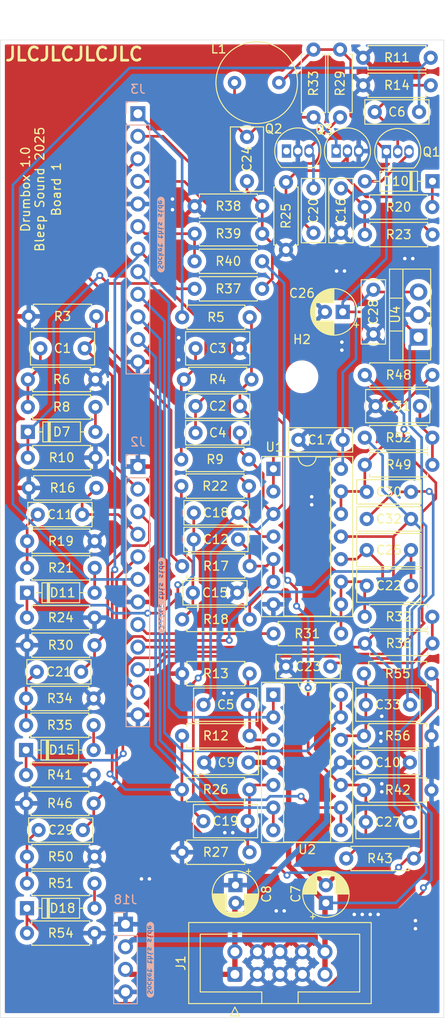
<source format=kicad_pcb>
(kicad_pcb (version 20240108) (generator "pcbnew") (generator_version "8.0")
  (layers (0 "F.Cu" signal) (31 "B.Cu" signal) (34 "B.Paste" user) (35 "F.Paste" user) (36 "B.SilkS" user "B.Silkscreen") (37 "F.SilkS" user "F.Silkscreen") (38 "B.Mask" user) (39 "F.Mask" user) (44 "Edge.Cuts" user))
  (net 0 "")
  (net 1 "GND")
  (net 2 "+12V")
  (net 3 "-12V")
  (net 4 "Net-(U2A-+)")
  (net 5 "Net-(Q1-B)")
  (net 6 "Net-(D11-K)")
  (net 7 "Net-(U2B-+)")
  (net 8 "Net-(Q2-E)")
  (net 9 "Net-(Q3-B)")
  (net 10 "Net-(D15-K)")
  (net 11 "Net-(Q3-C)")
  (net 12 "MixSnare")
  (net 13 "/in-Kick")
  (net 14 "+5V")
  (net 15 "Net-(D18-K)")
  (net 16 "Net-(C30-Pad1)")
  (net 17 "Net-(U2D-+)")
  (net 18 "Net-(C29-Pad2)")
  (net 19 "Net-(C15-Pad1)")
  (net 20 "Net-(C31-Pad1)")
  (net 21 "Net-(D10-K)")
  (net 22 "Net-(D10-A)")
  (net 23 "Net-(D11-A)")
  (net 24 "Net-(D15-A)")
  (net 25 "Net-(D18-A)")
  (net 27 "Mix")
  (net 28 "/in-Noise")
  (net 29 "KickOut")
  (net 30 "ClaveOut")
  (net 31 "HighBongoOut")
  (net 32 "LowBongoOut")
  (net 33 "/in-HBongo")
  (net 34 "/in-LBongo")
  (net 35 "/in-Clave")
  (net 36 "/Snare-Out")
  (net 37 "Net-(D7-K)")
  (net 38 "/Dec1-Out")
  (net 39 "Net-(C16-Pad2)")
  (net 40 "/Dec2-Out")
  (net 41 "/Dec3-Out")
  (net 42 "/Dec4-Out")
  (net 43 "Net-(D7-A)")
  (net 44 "/Dec1-In")
  (net 45 "/Dec2-In")
  (net 46 "/Dec3-In")
  (net 47 "/Dec4-In")
  (net 48 "Net-(C1-Pad2)")
  (net 49 "Net-(C2-Pad1)")
  (net 50 "Net-(C3-Pad1)")
  (net 51 "Net-(C11-Pad2)")
  (net 52 "Net-(C12-Pad1)")
  (net 53 "Net-(C21-Pad2)")
  (net 54 "Net-(C22-Pad1)")
  (net 55 "Net-(C23-Pad1)")
  (net 56 "Net-(C24-Pad2)")
  (footprint "Capacitor_THT:C_Disc_D7.0mm_W2.5mm_P5.00mm" (layer "F.Cu") (at 86.5 78.8 180)
    (property "Reference" "C17")
    (property "Value" "100nF")
  )
  (footprint "Resistor_THT:R_Axial_DIN0207_L6.3mm_D2.5mm_P7.62mm_Horizontal" (layer "F.Cu") (at 58.51 101.9 180)
    (property "Reference" "R30")
    (property "Value" "10k")
  )
  (footprint "Resistor_THT:R_Axial_DIN0207_L6.3mm_D2.5mm_P7.62mm_Horizontal" (layer "F.Cu") (at 88.99 71.5)
    (property "Reference" "R48")
    (property "Value" "150k")
  )
  (footprint "Resistor_THT:R_Axial_DIN0207_L6.3mm_D2.5mm_P7.62mm_Horizontal" (layer "F.Cu") (at 50.89 98.8)
    (property "Reference" "R24")
    (property "Value" "10k")
  )
  (footprint "Capacitor_THT:C_Rect_L7.0mm_W3.5mm_P5.00mm" (layer "F.Cu") (at 70.8 108.6)
    (property "Reference" "C5")
    (property "Value" "470nF")
  )
  (footprint "Resistor_THT:R_Axial_DIN0207_L6.3mm_D2.5mm_P7.62mm_Horizontal" (layer "F.Cu") (at 80.1 57.42 90)
    (property "Reference" "R25")
    (property "Value" "1M")
  )
  (footprint "Capacitor_THT:C_Rect_L7.0mm_W2.5mm_P5.00mm" (layer "F.Cu") (at 57.2 122.7 180)
    (property "Reference" "C29")
    (property "Value" "4.7nF")
  )
  (footprint "Capacitor_THT:C_Rect_L7.0mm_W2.5mm_P5.00mm" (layer "F.Cu") (at 69.9 78)
    (property "Reference" "C4")
    (property "Value" "47nF")
  )
  (footprint "Kicad-perso:Inductor Coil" (layer "F.Cu") (at 76.8 38.6)
    (property "Reference" "L1")
    (property "Value" "100mH")
  )
  (footprint "Resistor_THT:R_Axial_DIN0207_L6.3mm_D2.5mm_P7.62mm_Horizontal" (layer "F.Cu") (at 69.79 61.8)
    (property "Reference" "R37")
    (property "Value" "18k")
  )
  (footprint "Diode_THT:D_DO-35_SOD27_P7.62mm_Horizontal" (layer "F.Cu") (at 96.62 49.7 180)
    (property "Reference" "D10")
    (property "Value" "1N4148")
  )
  (footprint "Resistor_THT:R_Axial_DIN0207_L6.3mm_D2.5mm_P7.62mm_Horizontal" (layer "F.Cu") (at 96.62 55.7 180)
    (property "Reference" "R23")
    (property "Value" "1M")
  )
  (footprint "Capacitor_THT:C_Rect_L7.0mm_W2.5mm_P5.00mm" (layer "F.Cu") (at 89.2 84.65)
    (property "Reference" "C30")
    (property "Value" "1.5nF")
  )
  (footprint "Capacitor_THT:C_Disc_D7.0mm_W2.5mm_P5.00mm" (layer "F.Cu") (at 89.955113 61.9 -90)
    (property "Reference" "C28")
    (property "Value" "100nF")
  )
  (footprint "Resistor_THT:R_Axial_DIN0207_L6.3mm_D2.5mm_P7.62mm_Horizontal" (layer "F.Cu") (at 88.8 38.9)
    (property "Reference" "R14")
    (property "Value" "27k")
  )
  (footprint "Resistor_THT:R_Axial_DIN0207_L6.3mm_D2.5mm_P7.62mm_Horizontal" (layer "F.Cu") (at 75.99 125.2 180)
    (property "Reference" "R27")
    (property "Value" "100k")
  )
  (footprint "Resistor_THT:R_Axial_DIN0207_L6.3mm_D2.5mm_P7.62mm_Horizontal" (layer "F.Cu") (at 68.39 99)
    (property "Reference" "R18")
    (property "Value" "68k")
  )
  (footprint "Package_TO_SOT_THT:TO-220-3_Vertical" (layer "F.Cu") (at 95.045113 67.24 90)
    (property "Reference" "U4")
    (property "Value" "L7805")
  )
  (footprint "Diode_THT:D_DO-35_SOD27_P7.62mm_Horizontal" (layer "F.Cu") (at 50.89 131.5)
    (property "Reference" "D18")
    (property "Value" "1N4148")
  )
  (footprint "Resistor_THT:R_Axial_DIN0207_L6.3mm_D2.5mm_P7.62mm_Horizontal" (layer "F.Cu") (at 58.51 125.7 180)
    (property "Reference" "R50")
    (property "Value" "47k")
  )
  (footprint "Resistor_THT:R_Axial_DIN0207_L6.3mm_D2.5mm_P7.62mm_Horizontal" (layer "F.Cu") (at 89 101.7)
    (property "Reference" "R36")
    (property "Value" "68k")
  )
  (footprint "Resistor_THT:R_Axial_DIN0207_L6.3mm_D2.5mm_P7.62mm_Horizontal" (layer "F.Cu") (at 68.36 118.15)
    (property "Reference" "R26")
    (property "Value" "100k")
  )
  (footprint "Capacitor_THT:CP_Radial_D5.0mm_P2.00mm" (layer "F.Cu") (at 86.5 64.4 180)
    (property "Reference" "C26")
    (property "Value" "10uF")
  )
  (footprint "Capacitor_THT:C_Rect_L7.0mm_W3.5mm_P5.00mm" (layer "F.Cu") (at 70.78 121.7)
    (property "Reference" "C19")
    (property "Value" "470nF")
  )
  (footprint "Capacitor_THT:C_Rect_L7.0mm_W2.5mm_P5.00mm" (layer "F.Cu") (at 89.2 87.7)
    (property "Reference" "C32")
    (property "Value" "1.5nF")
  )
  (footprint "Capacitor_THT:C_Rect_L7.0mm_W2.5mm_P5.00mm" (layer "F.Cu") (at 69.6 96)
    (property "Reference" "C15")
    (property "Value" "33nF")
  )
  (footprint "Capacitor_THT:C_Rect_L7.0mm_W2.5mm_P5.00mm" (layer "F.Cu") (at 69.71 87)
    (property "Reference" "C18")
    (property "Value" "10nF")
  )
  (footprint "Resistor_THT:R_Axial_DIN0207_L6.3mm_D2.5mm_P7.62mm_Horizontal" (layer "F.Cu") (at 58.41 107.9 180)
    (property "Reference" "R34")
    (property "Value" "47k")
  )
  (footprint "Capacitor_THT:C_Rect_L7.0mm_W2.5mm_P5.00mm" (layer "F.Cu") (at 86.3 55.5 90)
    (property "Reference" "C16")
    (property "Value" "47nF")
  )
  (footprint "Capacitor_THT:C_Rect_L7.0mm_W2.5mm_P5.00mm" (layer "F.Cu") (at 57 104.9 180)
    (property "Reference" "C21")
    (property "Value" "47nF")
  )
  (footprint "Resistor_THT:R_Axial_DIN0207_L6.3mm_D2.5mm_P7.62mm_Horizontal" (layer "F.Cu") (at 68.39 93)
    (property "Reference" "R17")
    (property "Value" "150k")
  )
  (footprint "Diode_THT:D_DO-35_SOD27_P7.62mm_Horizontal" (layer "F.Cu") (at 50.99 77.9)
    (property "Reference" "D7")
    (property "Value" "1N4148")
  )
  (footprint "Capacitor_THT:C_Disc_D7.0mm_W2.5mm_P5.00mm" (layer "F.Cu") (at 75.87 115.1 180)
    (property "Reference" "C9")
    (property "Value" "100nF")
  )
  (footprint "Resistor_THT:R_Axial_DIN0207_L6.3mm_D2.5mm_P7.62mm_Horizontal" (layer "F.Cu") (at 88.8 35.8)
    (property "Reference" "R11")
    (property "Value" "100k")
  )
  (footprint "Resistor_THT:R_Axial_DIN0207_L6.3mm_D2.5mm_P7.62mm_Horizontal" (layer "F.Cu") (at 50.79 116.5)
    (property "Reference" "R41")
    (property "Value" "10k")
  )
  (footprint "Resistor_THT:R_Axial_DIN0207_L6.3mm_D2.5mm_P7.62mm_Horizontal" (layer "F.Cu") (at 83.2 42.5 90)
    (property "Reference" "R33")
    (property "Value" "4k7")
  )
  (footprint "Resistor_THT:R_Axial_DIN0207_L6.3mm_D2.5mm_P7.62mm_Horizontal" (layer "F.Cu") (at 50.89 134.3)
    (property "Reference" "R54")
    (property "Value" "10k")
  )
  (footprint "Resistor_THT:R_Axial_DIN0207_L6.3mm_D2.5mm_P7.62mm_Horizontal" (layer "F.Cu") (at 50.99 80.8)
    (property "Reference" "R10")
    (property "Value" "10k")
  )
  (footprint "Resistor_THT:R_Axial_DIN0207_L6.3mm_D2.5mm_P7.62mm_Horizontal" (layer "F.Cu") (at 96.61 81.6 180)
    (property "Reference" "R49")
    (property "Value" "68k")
  )
  (footprint "Resistor_THT:R_Axial_DIN0207_L6.3mm_D2.5mm_P7.62mm_Horizontal" (layer "F.Cu") (at 68.59 72)
    (property "Reference" "R4")
    (property "Value" "68k")
  )
  (footprint "Diode_THT:D_DO-35_SOD27_P7.62mm_Horizontal" (layer "F.Cu") (at 50.9 96)
    (property "Reference" "D11")
    (property "Value" "1N4148")
  )
  (footprint "Resistor_THT:R_Axial_DIN0207_L6.3mm_D2.5mm_P7.62mm_Horizontal" (layer "F.Cu") (at 78.69 100.6)
    (property "Reference" "R31")
    (property "Value" "150k")
  )
  (footprint "Capacitor_THT:CP_Radial_D5.0mm_P2.00mm" (layer "F.Cu") (at 84.6 130.9 90)
    (property "Reference" "C7")
    (property "Value" "10uF")
  )
  (footprint "Capacitor_THT:C_Disc_D7.0mm_W2.5mm_P5.00mm" (layer "F.Cu") (at 95.11 41.9 180)
    (property "Reference" "C6")
    (property "Value" "100nF")
  )
  (footprint "Capacitor_THT:C_Rect_L7.0mm_W3.5mm_P5.00mm" (layer "F.Cu") (at 94.1 121.8 180)
    (property "Reference" "C27")
    (property "Value" "470nF")
  )
  (footprint "Resistor_THT:R_Axial_DIN0207_L6.3mm_D2.5mm_P7.62mm_Horizontal" (layer "F.Cu") (at 86.89 125.9)
    (property "Reference" "R43")
    (property "Value" "100k")
  )
  (footprint "Capacitor_THT:C_Rect_L7.0mm_W2.5mm_P5.00mm" (layer "F.Cu") (at 85.1 104.3 180)
    (property "Reference" "C23")
    (property "Value" "47nF")
  )
  (footprint "Resistor_THT:R_Axial_DIN0207_L6.3mm_D2.5mm_P7.62mm_Horizontal" (layer "F.Cu") (at 50.91 93.2)
    (property "Reference" "R21")
    (property "Value" "27k")
  )
  (footprint "Capacitor_THT:C_Rect_L7.0mm_W3.5mm_P5.00mm" (layer "F.Cu") (at 95.2 75 180)
    (property "Reference" "C31")
    (property "Value" "4.7nF")
  )
  (footprint "Resistor_THT:R_Axial_DIN0207_L6.3mm_D2.5mm_P7.62mm_Horizontal" (layer "F.Cu") (at 76 105.1 180)
    (property "Reference" "R13")
    (property "Value" "100k")
  )
  (footprint "Capacitor_THT:C_Rect_L7.0mm_W3.5mm_P5.00mm" (layer "F.Cu") (at 57.4 68.5 180)
    (property "Reference" "C1")
    (property "Value" "150nF")
  )
  (footprint "Resistor_THT:R_Axial_DIN0207_L6.3mm_D2.5mm_P7.62mm_Horizontal" (layer "F.Cu") (at 88.89 112.1)
    (property "Reference" "R56")
    (property "Value" "100k")
  )
  (footprint "Resistor_THT:R_Axial_DIN0207_L6.3mm_D2.5mm_P7.62mm_Horizontal" (layer "F.Cu") (at 58.61 72 180)
    (property "Reference" "R6")
    (property "Value" "47k")
  )
  (footprint "Resistor_THT:R_Axial_DIN0207_L6.3mm_D2.5mm_P7.62mm_Horizontal" (layer "F.Cu") (at 69.8 55.6)
    (property "Reference" "R39")
    (property "Value" "18k")
  )
  (footprint "Package_TO_SOT_THT:TO-92_Inline" (layer "F.Cu") (at 80.16 46.3)
    (property "Reference" "Q2")
    (property "Value" "2N3904")
  )
  (footprint "MountingHole:MountingHole_3.2mm_M3" (layer "F.Cu") (at 81.9 71.7)
    (property "Reference" "H2")
    (property "Value" "SpacerHoles")
  )
  (footprint "Capacitor_THT:C_Rect_L7.0mm_W2.5mm_P5.00mm" (layer "F.Cu") (at 83.2 50.5 -90)
    (property "Reference" "C20")
    (property "Value" "4.7nF")
  )
  (footprint "Package_DIP:DIP-14_W7.62mm_Socket" (layer "F.Cu") (at 78.67 107.475)
    (property "Reference" "U2")
    (property "Value" "TL074")
  )
  (footprint "Resistor_THT:R_Axial_DIN0207_L6.3mm_D2.5mm_P7.62mm_Horizontal" (layer "F.Cu") (at 58.53 90.2 180)
    (property "Reference" "R19")
    (property "Value" "47k")
  )
  (footprint "Resistor_THT:R_Axial_DIN0207_L6.3mm_D2.5mm_P7.62mm_Horizontal" (layer "F.Cu") (at 58.71 64.9 180)
    (property "Reference" "R3")
    (property "Value" "10k")
  )
  (footprint "Capacitor_THT:C_Rect_L7.0mm_W3.5mm_P5.00mm" (layer "F.Cu") (at 69.9 68.5)
    (property "Reference" "C3")
    (property "Value" "150nF")
  )
  (footprint "Connector_IDC:IDC-Header_2x05_P2.54mm_Vertical" (layer "F.Cu") (at 74.34 138.94 90)
    (property "Reference" "J1")
    (property "Value" "Power Input")
  )
  (footprint "Resistor_THT:R_Axial_DIN0207_L6.3mm_D2.5mm_P7.62mm_Horizontal" (layer "F.Cu") (at 69.79 58.7)
    (property "Reference" "R40")
    (property "Value" "100k")
  )
  (footprint "Capacitor_THT:C_Rect_L7.0mm_W2.5mm_P5.00mm" (layer "F.Cu") (at 74.7 90 180)
    (property "Reference" "C12")
    (property "Value" "10nF")
  )
  (footprint "Resistor_THT:R_Axial_DIN0207_L6.3mm_D2.5mm_P7.62mm_Horizontal" (layer "F.Cu") (at 88.98 78.55)
    (property "Reference" "R52")
    (property "Value" "68k")
  )
  (footprint "Resistor_THT:R_Axial_DIN0207_L6.3mm_D2.5mm_P7.62mm_Horizontal" (layer "F.Cu") (at 58.72 84.2 180)
    (property "Reference" "R16")
    (property "Value" "10k")
  )
  (footprint "Resistor_THT:R_Axial_DIN0207_L6.3mm_D2.5mm_P7.62mm_Horizontal" (layer "F.Cu") (at 58.42 119.7 180)
    (property "Reference" "R46")
    (property "Value" "10k")
  )
  (footprint "Capacitor_THT:C_Rect_L7.0mm_W3.5mm_P5.00mm" (layer "F.Cu") (at 89.2 95.2)
    (property "Reference" "C22")
    (property "Value" "15nF")
  )
  (footprint "Diode_THT:D_DO-35_SOD27_P7.62mm_Horizontal" (layer "F.Cu") (at 50.79 113.7)
    (property "Reference" "D15")
    (property "Value" "1N4148")
  )
  (footprint "Package_TO_SOT_THT:TO-92_Inline" (layer "F.Cu") (at 91.43 46.36)
    (property "Reference" "Q1")
    (property "Value" "2N3904")
  )
  (footprint "Resistor_THT:R_Axial_DIN0207_L6.3mm_D2.5mm_P7.62mm_Horizontal" (layer "F.Cu") (at 50.99 75.1)
    (property "Reference" "R8")
    (property "Value" "27k")
  )
  (footprint "Resistor_THT:R_Axial_DIN0207_L6.3mm_D2.5mm_P7.62mm_Horizontal" (layer "F.Cu") (at 75.91 81 180)
    (property "Reference" "R9")
    (property "Value" "68k")
  )
  (footprint "Capacitor_THT:C_Rect_L7.0mm_W3.5mm_P5.00mm" (layer "F.Cu") (at 94.1 108.6 180)
    (property "Reference" "C33")
    (property "Value" "470nF")
  )
  (footprint "Capacitor_THT:C_Rect_L7.0mm_W3.5mm_P5.00mm" (layer "F.Cu") (at 75.7 44.7 -90)
    (property "Reference" "C24")
    (property "Value" "470nF")
  )
  (footprint "Resistor_THT:R_Axial_DIN0207_L6.3mm_D2.5mm_P7.62mm_Horizontal" (layer "F.Cu") (at 96.6 98.7 180)
    (property "Reference" "R32")
    (property "Value" "68k")
  )
  (footprint "Capacitor_THT:C_Rect_L7.0mm_W2.5mm_P5.00mm" (layer "F.Cu") (at 57.11 87.2 180)
    (property "Reference" "C11")
    (property "Value" "33nF")
  )
  (footprint "Capacitor_THT:CP_Radial_D5.0mm_P2.00mm" (layer "F.Cu") (at 74.4 128.9 -90)
    (property "Reference" "C8")
    (property "Value" "10uF")
  )
  (footprint "Capacitor_THT:C_Rect_L7.0mm_W3.5mm_P5.00mm" (layer "F.Cu") (at 94.2 91.2 180)
    (property "Reference" "C25")
    (property "Value" "15nF")
  )
  (footprint "Resistor_THT:R_Axial_DIN0207_L6.3mm_D2.5mm_P7.62mm_Horizontal" (layer "F.Cu") (at 68.38 112.1)
    (property "Reference" "R12")
    (property "Value" "47k")
  )
  (footprint "Resistor_THT:R_Axial_DIN0207_L6.3mm_D2.5mm_P7.62mm_Horizontal" (layer "F.Cu") (at 75.92 84 180)
    (property "Reference" "R22")
    (property "Value" "68k")
  )
  (footprint "Package_TO_SOT_THT:TO-92_Inline" (layer "F.Cu") (at 85.76 46.3)
    (property "Reference" "Q3")
    (property "Value" "2N3904")
  )
  (footprint "Resistor_THT:R_Axial_DIN0207_L6.3mm_D2.5mm_P7.62mm_Horizontal" (layer "F.Cu") (at 86.2 34.88 -90)
    (property "Reference" "R29")
    (property "Value" "1M")
  )
  (footprint "Resistor_THT:R_Axial_DIN0207_L6.3mm_D2.5mm_P7.62mm_Horizontal" (layer "F.Cu") (at 96.51 105.1 180)
    (property "Reference" "R55")
    (property "Value" "100k")
  )
  (footprint "Resistor_THT:R_Axial_DIN0207_L6.3mm_D2.5mm_P7.62mm_Horizontal" (layer "F.Cu") (at 50.89 128.7)
    (property "Reference" "R51")
    (property "Value" "27k")
  )
  (footprint "Resistor_THT:R_Axial_DIN0207_L6.3mm_D2.5mm_P7.62mm_Horizontal" (layer "F.Cu") (at 88.98 52.6)
    (property "Reference" "R20")
    (property "Value" "2k2")
  )
  (footprint "Resistor_THT:R_Axial_DIN0207_L6.3mm_D2.5mm_P7.62mm_Horizontal" (layer "F.Cu") (at 50.79 110.9)
    (property "Reference" "R35")
    (property "Value" "27k")
  )
  (footprint "Resistor_THT:R_Axial_DIN0207_L6.3mm_D2.5mm_P7.62mm_Horizontal" (layer "F.Cu") (at 88.89 118.2)
    (property "Reference" "R42")
    (property "Value" "100k")
  )
  (footprint "Resistor_THT:R_Axial_DIN0207_L6.3mm_D2.5mm_P7.62mm_Horizontal" (layer "F.Cu") (at 69.8 52.5)
    (property "Reference" "R38")
    (property "Value" "100k")
  )
  (footprint "Capacitor_THT:C_Rect_L7.0mm_W2.5mm_P5.00mm" (layer "F.Cu") (at 74.9 75 180)
    (property "Reference" "C2")
    (property "Value" "47nF")
  )
  (footprint "Resistor_THT:R_Axial_DIN0207_L6.3mm_D2.5mm_P7.62mm_Horizontal" (layer "F.Cu") (at 68.39 65)
    (property "Reference" "R5")
    (property "Value" "150k")
  )
  (footprint "Capacitor_THT:C_Disc_D7.0mm_W2.5mm_P5.00mm" (layer "F.Cu") (at 94.07 115.1 180)
    (property "Reference" "C10")
    (property "Value" "100nF")
  )
  (footprint "Package_DIP:DIP-14_W7.62mm_Socket" (layer "F.Cu") (at 78.68 82.06)
    (property "Reference" "U1")
    (property "Value" "CD4011")
  )
  (footprint "Connector_PinSocket_2.54mm:PinSocket_1x12_P2.54mm_Vertical" (layer "B.Cu") (at 63.4 81.8 180)
    (property "Reference" "J2")
    (property "Value" "Conn_Circuit")
  )
  (footprint "kibuzzard-67840646" (layer "B.Cu") (at 66 55.7 90)
    (property "Reference" "kibuzzard-67840646" (hide yes))
    (property "Value" "G***" (hide yes))
  )
  (footprint "kibuzzard-67840646" (layer "B.Cu") (at 66.1 96.3 90)
    (property "Reference" "kibuzzard-67840646" (hide yes))
    (property "Value" "G***" (hide yes))
  )
  (footprint "Connector_PinSocket_2.54mm:PinSocket_1x04_P2.54mm_Vertical" (layer "B.Cu") (at 62 133.3 180)
    (property "Reference" "J18")
    (property "Value" "Conn_power")
  )
  (footprint "Connector_PinSocket_2.54mm:PinSocket_1x12_P2.54mm_Vertical" (layer "B.Cu") (at 63.4 42.1 180)
    (property "Reference" "J3")
    (property "Value" "Conn_Circuit")
  )
  (footprint "kibuzzard-67840646" (layer "B.Cu") (at 64.8 137.3 90)
    (property "Reference" "kibuzzard-67840646" (hide yes))
    (property "Value" "G***" (hide yes))
  )
  (gr_line (start 47.9 33.8) (end 97.9 33.8) (stroke (width 0.05)) (layer "Edge.Cuts"))
  (gr_line (start 97.9 33.8) (end 97.9 143.8) (stroke (width 0.05)) (layer "Edge.Cuts"))
  (gr_line (start 47.9 33.8) (end 47.9 143.8) (stroke (width 0.05)) (layer "Edge.Cuts"))
  (gr_line (start 47.9 143.8) (end 97.9 143.8) (stroke (width 0.05)) (layer "Edge.Cuts"))
  (gr_text "Board 1" (at 54.2 50.6 90) (layer "F.SilkS") (effects (font (size 1 1))))
  (gr_text "JLCJLCJLCJLC" (at 56.2 35.4 0) (layer "F.SilkS") (effects (font (size 1.5 1.5) (thickness 0.3))))
  (gr_text "Drumbox 1.0\nBleep Sound 2025" (at 51.53 50.6 90) (layer "F.SilkS") (effects (font (size 1 1))))
  (via (at 73.1 107.3) (size 0.8) (drill 0.4) (layers "F.Cu" "B.Cu") (net 1))
  (via (at 90.8 111.8) (size 0.8) (drill 0.4) (layers "F.Cu" "B.Cu") (net 1))
  (via (at 74.1 123) (size 0.8) (drill 0.4) (layers "F.Cu" "B.Cu") (net 1))
  (via (at 79.9 131.8) (size 0.8) (drill 0.4) (layers "F.Cu" "B.Cu") (net 1))
  (via (at 86.4 68.7) (size 0.8) (drill 0.4) (layers "F.Cu" "B.Cu") (net 1))
  (via (at 88.7 132.2) (size 0.8) (drill 0.4) (layers "F.Cu" "B.Cu") (net 1))
  (via (at 73.2 123) (size 0.8) (drill 0.4) (layers "F.Cu" "B.Cu") (net 1))
  (via (at 86.4 67.8) (size 0.8) (drill 0.4) (layers "F.Cu" "B.Cu") (net 1))
  (via (at 87.8 132.2) (size 0.8) (drill 0.4) (layers "F.Cu" "B.Cu") (net 1))
  (via (at 93.5 58.4) (size 0.8) (drill 0.4) (layers "F.Cu" "B.Cu") (net 1))
  (via (at 68 67.3) (size 0.8) (drill 0.4) (layers "F.Cu" "B.Cu") (net 1))
  (via (at 89.6 132.2) (size 0.8) (drill 0.4) (layers "F.Cu" "B.Cu") (net 1))
  (via (at 83 86.1) (size 0.8) (drill 0.4) (layers "F.Cu" "B.Cu") (net 1))
  (via (at 67.3 51.7) (size 0.8) (drill 0.4) (layers "F.Cu" "B.Cu") (net 1))
  (via (at 67.3 52.9) (size 0.8) (drill 0.4) (layers "F.Cu" "B.Cu") (net 1))
  (via (at 90.8 112.7) (size 0.8) (drill 0.4) (layers "F.Cu" "B.Cu") (net 1))
  (via (at 94.7 133.8) (size 0.8) (drill 0.4) (layers "F.Cu" "B.Cu") (net 1))
  (via (at 90.5 132.2) (size 0.8) (drill 0.4) (layers "F.Cu" "B.Cu") (net 1))
  (via (at 64.7 128.2) (size 0.8) (drill 0.4) (layers "F.Cu" "B.Cu") (net 1))
  (via (at 86.7 59.8) (size 0.8) (drill 0.4) (layers "F.Cu" "B.Cu") (net 1))
  (via (at 74 107.3) (size 0.8) (drill 0.4) (layers "F.Cu" "B.Cu") (net 1))
  (via (at 79 131.8) (size 0.8) (drill 0.4) (layers "F.Cu" "B.Cu") (net 1))
  (via (at 90.9 109.9) (size 0.8) (drill 0.4) (layers "F.Cu" "B.Cu") (net 1))
  (via (at 85.8 59.8) (size 0.8) (drill 0.4) (layers "F.Cu" "B.Cu") (net 1))
  (via (at 90.9 117.5) (size 0.8) (drill 0.4) (layers "F.Cu" "B.Cu") (net 1))
  (via (at 94.4 58.4) (size 0.8) (drill 0.4) (layers "F.Cu" "B.Cu") (net 1))
  (via (at 83 85.2) (size 0.8) (drill 0.4) (layers "F.Cu" "B.Cu") (net 1))
  (via (at 63.8 128.2) (size 0.8) (drill 0.4) (layers "F.Cu" "B.Cu") (net 1))
  (via (at 68 69.8) (size 0.8) (drill 0.4) (layers "F.Cu" "B.Cu") (net 1))
  (via (at 90.9 118.4) (size 0.8) (drill 0.4) (layers "F.Cu" "B.Cu") (net 1))
  (via (at 94.7 132.9) (size 0.8) (drill 0.4) (layers "F.Cu" "B.Cu") (net 1))
  (segment (start 75.875 115.095) (end 75.87 115.1) (width 0.6) (layer "F.Cu") (net 2))
  (segment (start 86.2 34.88) (end 83.2 34.88) (width 0.3) (layer "F.Cu") (net 2))
  (segment (start 84.5 138.94) (end 84.5 136.4) (width 0.6) (layer "F.Cu") (net 2))
  (segment (start 84.6 130.9) (end 80.4 126.7) (width 0.6) (layer "F.Cu") (net 2))
  (segment (start 87.4 36.08) (end 86.2 34.88) (width 0.3) (layer "F.Cu") (net 2))
  (segment (start 91.43 46.36) (end 87.4 42.33) (width 0.3) (layer "F.Cu") (net 2))
  (segment (start 78.67 115.095) (end 75.875 115.095) (width 0.6) (layer "F.Cu") (net 2))
  (segment (start 87.4 42.33) (end 87.4 36.08) (width 0.3) (layer "F.Cu") (net 2))
  (segment (start 80.4 116.825) (end 78.67 115.095) (width 0.6) (layer "F.Cu") (net 2))
  (segment (start 83.2 34.88) (end 79.48 38.6) (width 0.3) (layer "F.Cu") (net 2))
  (segment (start 84.5 131) (end 84.6 130.9) (width 0.6) (layer "F.Cu") (net 2))
  (segment (start 79.48 38.6) (end 79.3 38.6) (width 0.3) (layer "F.Cu") (net 2))
  (segment (start 80.4 126.7) (end 80.4 116.825) (width 0.6) (layer "F.Cu") (net 2))
  (segment (start 86.5 64.4) (end 92.205113 64.4) (width 0.3) (layer "F.Cu") (net 2))
  (segment (start 92.205113 64.4) (end 95.045113 67.24) (width 0.3) (layer "F.Cu") (net 2))
  (segment (start 84.5 136.4) (end 84.5 131) (width 0.6) (layer "F.Cu") (net 2))
  (segment (start 95.4 109.2) (end 92.79 111.81) (width 0.3) (layer "B.Cu") (net 2))
  (segment (start 83.15 135.05) (end 62.79 135.05) (width 0.6) (layer "B.Cu") (net 2))
  (segment (start 95.9 127.5) (end 92.5 130.9) (width 0.3) (layer "B.Cu") (net 2))
  (segment (start 92.79 117.847106) (end 95.9 120.957106) (width 0.3) (layer "B.Cu") (net 2))
  (segment (start 86.5 64.4) (end 86.5 63.3) (width 0.3) (layer "B.Cu") (net 2))
  (segment (start 95.9 96.320279) (end 94.3 97.920279) (width 0.3) (layer "B.Cu") (net 2))
  (segment (start 95.045113 67.24) (end 94.05 68.235113) (width 0.3) (layer "B.Cu") (net 2))
  (segment (start 94.05 77.189339) (end 95.4 78.539339) (width 0.3) (layer "B.Cu") (net 2))
  (segment (start 94.3 97.920279) (end 94.3 107) (width 0.3) (layer "B.Cu") (net 2))
  (segment (start 62.79 135.05) (end 62 135.84) (width 0.6) (layer "B.Cu") (net 2))
  (segment (start 92.79 111.81) (end 92.79 117.847106) (width 0.3) (layer "B.Cu") (net 2))
  (segment (start 94.05 68.235113) (end 94.05 77.189339) (width 0.3) (layer "B.Cu") (net 2))
  (segment (start 95.9 88.5) (end 95.9 96.320279) (width 0.3) (layer "B.Cu") (net 2))
  (segment (start 95.4 108.1) (end 95.4 109.2) (width 0.3) (layer "B.Cu") (net 2))
  (segment (start 86.5 63.3) (end 91.43 58.37) (width 0.3) (layer "B.Cu") (net 2))
  (segment (start 91.43 58.37) (end 91.43 46.36) (width 0.3) (layer "B.Cu") (net 2))
  (segment (start 92.5 130.9) (end 84.6 130.9) (width 0.3) (layer "B.Cu") (net 2))
  (segment (start 95.4 88) (end 95.9 88.5) (width 0.3) (layer "B.Cu") (net 2))
  (segment (start 84.5 136.4) (end 83.15 135.05) (width 0.6) (layer "B.Cu") (net 2))
  (segment (start 95.4 78.539339) (end 95.4 88) (width 0.3) (layer "B.Cu") (net 2))
  (segment (start 95.9 120.957106) (end 95.9 127.5) (width 0.3) (layer "B.Cu") (net 2))
  (segment (start 94.3 107) (end 95.4 108.1) (width 0.3) (layer "B.Cu") (net 2))
  (segment (start 62.56 138.94) (end 62 138.38) (width 0.6) (layer "F.Cu") (net 3))
  (segment (start 74.34 138.94) (end 74.34 136.4) (width 0.6) (layer "F.Cu") (net 3))
  (segment (start 74.34 136.4) (end 74.34 130.96) (width 0.6) (layer "F.Cu") (net 3))
  (segment (start 74.34 130.96) (end 74.4 130.9) (width 0.6) (layer "F.Cu") (net 3))
  (segment (start 74.34 138.94) (end 62.56 138.94) (width 0.6) (layer "F.Cu") (net 3))
  (segment (start 89.065 115.095) (end 89.07 115.1) (width 0.6) (layer "B.Cu") (net 3))
  (segment (start 75.53137 130.9) (end 84.7 121.73137) (width 0.6) (layer "B.Cu") (net 3))
  (segment (start 84.7 116.685) (end 86.29 115.095) (width 0.6) (layer "B.Cu") (net 3))
  (segment (start 74.4 130.9) (end 75.53137 130.9) (width 0.6) (layer "B.Cu") (net 3))
  (segment (start 84.7 121.73137) (end 84.7 116.685) (width 0.6) (layer "B.Cu") (net 3))
  (segment (start 86.29 115.095) (end 89.065 115.095) (width 0.6) (layer "B.Cu") (net 3))
  (segment (start 76.455 112.555) (end 76 112.1) (width 0.3) (layer "F.Cu") (net 4))
  (segment (start 78.67 112.555) (end 76.455 112.555) (width 0.3) (layer "F.Cu") (net 4))
  (segment (start 75.8 105.3) (end 76 105.1) (width 0.3) (layer "F.Cu") (net 4))
  (segment (start 76 112.1) (end 76 108.8) (width 0.3) (layer "F.Cu") (net 4))
  (segment (start 75.8 108.6) (end 75.8 105.3) (width 0.3) (layer "F.Cu") (net 4))
  (segment (start 76 108.8) (end 75.8 108.6) (width 0.3) (layer "F.Cu") (net 4))
  (segment (start 93.11 38.9) (end 90.11 41.9) (width 0.3) (layer "F.Cu") (net 5))
  (segment (start 92.7 44.49) (end 90.11 41.9) (width 0.3) (layer "F.Cu") (net 5))
  (segment (start 92.7 46.36) (end 92.7 44.49) (width 0.3) (layer "F.Cu") (net 5))
  (segment (start 96.42 38.9) (end 93.11 38.9) (width 0.3) (layer "F.Cu") (net 5))
  (segment (start 69.7 90) (end 69.7 87.01) (width 0.3) (layer "F.Cu") (net 6))
  (segment (start 64.5 98.3) (end 66.1 98.3) (width 0.3) (layer "F.Cu") (net 6))
  (segment (start 66.1 98.3) (end 67.9 96.5) (width 0.3) (layer "F.Cu") (net 6))
  (segment (start 67.9 96.5) (end 67.9 95.1) (width 0.3) (layer "F.Cu") (net 6))
  (segment (start 50.89 96.01) (end 50.9 96) (width 0.3) (layer "F.Cu") (net 6))
  (segment (start 69.7 87.01) (end 69.71 87) (width 0.3) (layer "F.Cu") (net 6))
  (segment (start 50.89 98.8) (end 50.89 96.01) (width 0.3) (layer "F.Cu") (net 6))
  (via (at 64.5 98.3) (size 0.8) (drill 0.4) (layers "F.Cu" "B.Cu") (net 6))
  (via (at 67.9 95.1) (size 0.8) (drill 0.4) (layers "F.Cu" "B.Cu") (net 6))
  (segment (start 69.7 90) (end 69.7 94) (width 0.3) (layer "B.Cu") (net 6))
  (segment (start 60.7 98.3) (end 59.8 97.4) (width 0.3) (layer "B.Cu") (net 6))
  (segment (start 67.9 95.1) (end 68.6 95.1) (width 0.3) (layer "B.Cu") (net 6))
  (segment (start 52.3 97.4) (end 50.9 96) (width 0.3) (layer "B.Cu") (net 6))
  (segment (start 60.7 98.3) (end 64.1 98.3) (width 0.3) (layer "B.Cu") (net 6))
  (segment (start 59.8 97.4) (end 52.3 97.4) (width 0.3) (layer "B.Cu") (net 6))
  (segment (start 68.6 95.1) (end 69.7 94) (width 0.3) (layer "B.Cu") (net 6))
  (segment (start 64.1 98.3) (end 64.5 98.3) (width 0.3) (layer "B.Cu") (net 6))
  (segment (start 75.78 124.99) (end 75.99 125.2) (width 0.3) (layer "F.Cu") (net 7))
  (segment (start 78.67 117.635) (end 76.495 117.635) (width 0.3) (layer "F.Cu") (net 7))
  (segment (start 75.78 121.7) (end 75.78 124.99) (width 0.3) (layer "F.Cu") (net 7))
  (segment (start 75.98 118.15) (end 75.98 121.5) (width 0.3) (layer "F.Cu") (net 7))
  (segment (start 76.495 117.635) (end 75.98 118.15) (width 0.3) (layer "F.Cu") (net 7))
  (segment (start 75.98 121.5) (end 75.78 121.7) (width 0.3) (layer "F.Cu") (net 7))
  (segment (start 86.2 42.5) (end 82.7 46) (width 0.3) (layer "F.Cu") (net 8))
  (segment (start 82.7 46) (end 82.7 46.3) (width 0.3) (layer "F.Cu") (net 8))
  (segment (start 83.2 46.8) (end 82.7 46.3) (width 0.3) (layer "B.Cu") (net 8))
  (segment (start 83.2 50.5) (end 83.2 46.8) (width 0.3) (layer "B.Cu") (net 8))
  (segment (start 80.1 49.8) (end 80.1 52.4) (width 0.3) (layer "F.Cu") (net 9))
  (segment (start 87.03 49.356346) (end 89.123654 51.45) (width 0.3) (layer "F.Cu") (net 9))
  (segment (start 81.4 48.5) (end 85.535 48.5) (width 0.3) (layer "F.Cu") (net 9))
  (segment (start 80.1 52.4) (end 83.2 55.5) (width 0.3) (layer "F.Cu") (net 9))
  (segment (start 87.03 46.3) (end 87.03 49.356346) (width 0.3) (layer "F.Cu") (net 9))
  (segment (start 80.1 49.8) (end 81.4 48.5) (width 0.3) (layer "F.Cu") (net 9))
  (segment (start 89.123654 51.45) (end 92.37 51.45) (width 0.3) (layer "F.Cu") (net 9))
  (segment (start 92.37 51.45) (end 96.62 55.7) (width 0.3) (layer "F.Cu") (net 9))
  (segment (start 85.535 48.5) (end 87.03 47.005) (width 0.3) (layer "F.Cu") (net 9))
  (segment (start 87.03 47.005) (end 87.03 46.3) (width 0.3) (layer "F.Cu") (net 9))
  (segment (start 73.7 101.35) (end 73.68 101.37) (width 0.3) (layer "F.Cu") (net 10))
  (segment (start 62.88 100.92) (end 61.7 102.1) (width 0.3) (layer "F.Cu") (net 10))
  (segment (start 64.347057 101.37) (end 63.897057 100.92) (width 0.3) (layer "F.Cu") (net 10))
  (segment (start 73.68 101.37) (end 64.347057 101.37) (width 0.3) (layer "F.Cu") (net 10))
  (segment (start 63.897057 100.92) (end 62.88 100.92) (width 0.3) (layer "F.Cu") (net 10))
  (segment (start 50.79 113.7) (end 50.79 116.5) (width 0.3) (layer "F.Cu") (net 10))
  (segment (start 61.7 114.05) (end 61.75 114.1) (width 0.3) (layer "F.Cu") (net 10))
  (segment (start 61.7 102.1) (end 61.7 114.05) (width 0.3) (layer "F.Cu") (net 10))
  (segment (start 94.2 91.2) (end 94.2 95.2) (width 0.3) (layer "F.Cu") (net 10))
  (via (at 73.7 101.35) (size 0.8) (drill 0.4) (layers "F.Cu" "B.Cu") (net 10))
  (via (at 61.75 114.1) (size 0.8) (drill 0.4) (layers "F.Cu" "B.Cu") (net 10))
  (segment (start 51.94 114.85) (end 50.79 113.7) (width 0.3) (layer "B.Cu") (net 10))
  (segment (start 73.7 101.35) (end 73.7 99.4) (width 0.3) (layer "B.Cu") (net 10))
  (segment (start 61.75 114.1) (end 61 114.85) (width 0.3) (layer "B.Cu") (net 10))
  (segment (start 83.19 95.91) (end 85.49 93.61) (width 0.3) (layer "B.Cu") (net 10))
  (segment (start 85.49 93.61) (end 91.79 93.61) (width 0.3) (layer "B.Cu") (net 10))
  (segment (start 73.7 99.4) (end 77.19 95.91) (width 0.3) (layer "B.Cu") (net 10))
  (segment (start 77.19 95.91) (end 83.19 95.91) (width 0.3) (layer "B.Cu") (net 10))
  (segment (start 91.79 93.61) (end 94.2 91.2) (width 0.3) (layer "B.Cu") (net 10))
  (segment (start 61 114.85) (end 51.94 114.85) (width 0.3) (layer "B.Cu") (net 10))
  (segment (start 74.3 43.3) (end 75.7 44.7) (width 0.3) (layer "F.Cu") (net 11))
  (segment (start 83.2 42.5) (end 77.9 42.5) (width 0.3) (layer "F.Cu") (net 11))
  (segment (start 74.3 38.6) (end 74.3 43.3) (width 0.3) (layer "F.Cu") (net 11))
  (segment (start 77.9 42.5) (end 75.7 44.7) (width 0.3) (layer "F.Cu") (net 11))
  (segment (start 85.76 46.3) (end 85.76 45.06) (width 0.3) (layer "B.Cu") (net 11))
  (segment (start 85.76 45.06) (end 83.2 42.5) (width 0.3) (layer "B.Cu") (net 11))
  (segment (start 86.29 117.635) (end 88.325 117.635) (width 0.3) (layer "F.Cu") (net 12))
  (segment (start 81.3 95.6) (end 80.3 94.6) (width 0.3) (layer "F.Cu") (net 12))
  (segment (start 88.8 122.1) (end 89.1 121.8) (width 0.3) (layer "F.Cu") (net 12))
  (segment (start 88.325 117.635) (end 88.89 118.2) (width 0.3) (layer "F.Cu") (net 12))
  (segment (start 89.1 123.69) (end 86.89 125.9) (width 0.3) (layer "F.Cu") (net 12))
  (segment (start 81.3 97.5) (end 81.3 95.6) (width 0.3) (layer "F.Cu") (net 12))
  (segment (start 89.1 121.8) (end 89.1 123.69) (width 0.3) (layer "F.Cu") (net 12))
  (segment (start 82.6 113.945) (end 82.6 106.7) (width 0.3) (layer "F.Cu") (net 12))
  (segment (start 89.1 121.8) (end 89.1 118.41) (width 0.3) (layer "F.Cu") (net 12))
  (segment (start 89.1 118.41) (end 88.89 118.2) (width 0.3) (layer "F.Cu") (net 12))
  (segment (start 86.29 117.635) (end 82.6 113.945) (width 0.3) (layer "F.Cu") (net 12))
  (via (at 80.3 94.6) (size 0.8) (drill 0.4) (layers "F.Cu" "B.Cu") (net 12))
  (via (at 82.6 106.7) (size 0.8) (drill 0.4) (layers "F.Cu" "B.Cu") (net 12))
  (via (at 81.3 97.5) (size 0.8) (drill 0.4) (layers "F.Cu" "B.Cu") (net 12))
  (segment (start 77.41 58.7) (end 79.9 61.19) (width 0.3) (layer "B.Cu") (net 12))
  (segment (start 82.6 98.8) (end 81.3 97.5) (width 0.3) (layer "B.Cu") (net 12))
  (segment (start 79.9 94.2) (end 80.3 94.6) (width 0.3) (layer "B.Cu") (net 12))
  (segment (start 79.9 61.19) (end 79.9 94.2) (width 0.3) (layer "B.Cu") (net 12))
  (segment (start 82.6 106.7) (end 82.6 98.8) (width 0.3) (layer "B.Cu") (net 12))
  (segment (start 60.5 81.44) (end 60.5 71.6) (width 0.3) (layer "F.Cu") (net 13))
  (segment (start 58.71 67.19) (end 57.4 68.5) (width 0.3) (layer "F.Cu") (net 13))
  (segment (start 60.5 71.6) (end 57.4 68.5) (width 0.3) (layer "F.Cu") (net 13))
  (segment (start 58.71 64.9) (end 58.71 67.19) (width 0.3) (layer "F.Cu") (net 13))
  (segment (start 63.4 84.34) (end 60.5 81.44) (width 0.3) (layer "F.Cu") (net 13))
  (segment (start 95.045113 62.16) (end 90.215113 62.16) (width 0.3) (layer "F.Cu") (net 14))
  (segment (start 90.215113 62.16) (end 89.955113 61.9) (width 0.3) (layer "F.Cu") (net 14))
  (segment (start 88 69.7) (end 86.5 71.2) (width 0.3) (layer "B.Cu") (net 14))
  (segment (start 86.5 71.2) (end 86.5 78.8) (width 0.3) (layer "B.Cu") (net 14))
  (segment (start 86.5 78.8) (end 86.5 81.86) (width 0.3) (layer "B.Cu") (net 14))
  (segment (start 89.955113 61.9) (end 88 63.855113) (width 0.3) (layer "B.Cu") (net 14))
  (segment (start 88 63.855113) (end 88 69.7) (width 0.3) (layer "B.Cu") (net 14))
  (segment (start 86.5 81.86) (end 86.3 82.06) (width 0.3) (layer "B.Cu") (net 14))
  (segment (start 94.2 84.65) (end 92.25 84.65) (width 0.3) (layer "F.Cu") (net 15))
  (segment (start 50.89 131.5) (end 50.89 134.3) (width 0.3) (layer "F.Cu") (net 15))
  (segment (start 92.25 84.65) (end 89.2 87.7) (width 0.3) (layer "F.Cu") (net 15))
  (segment (start 50.89 131.5) (end 50.89 132.6) (width 0.3) (layer "F.Cu") (net 15))
  (segment (start 95.6 129.6) (end 95.6 129.2) (width 0.3) (layer "F.Cu") (net 15))
  (segment (start 50.89 132.6) (end 60.49 142.2) (width 0.3) (layer "F.Cu") (net 15))
  (segment (start 83 142.2) (end 95.6 129.6) (width 0.3) (layer "F.Cu") (net 15))
  (segment (start 96.25 84.6) (end 94.25 84.6) (width 0.3) (layer "F.Cu") (net 15))
  (segment (start 60.49 142.2) (end 83 142.2) (width 0.3) (layer "F.Cu") (net 15))
  (segment (start 94.25 84.6) (end 94.2 84.65) (width 0.3) (layer "F.Cu") (net 15))
  (via (at 95.6 129.2) (size 0.8) (drill 0.4) (layers "F.Cu" "B.Cu") (net 15))
  (via (at 96.25 84.6) (size 0.8) (drill 0.4) (layers "F.Cu" "B.Cu") (net 15))
  (segment (start 96.25 84.6) (end 96.299984 84.6) (width 0.3) (layer "B.Cu") (net 15))
  (segment (start 95.1 97.827386) (end 95.1 105.4) (width 0.3) (layer "B.Cu") (net 15))
  (segment (start 96.7 96.227386) (end 95.1 97.827386) (width 0.3) (layer "B.Cu") (net 15))
  (segment (start 97.05 107.35) (end 97.05 109.05) (width 0.3) (layer "B.Cu") (net 15))
  (segment (start 96.7 85.000016) (end 96.7 96.227386) (width 0.3) (layer "B.Cu") (net 15))
  (segment (start 97.05 109.05) (end 95.22 110.88) (width 0.3) (layer "B.Cu") (net 15))
  (segment (start 96.5 128.3) (end 95.6 129.2) (width 0.3) (layer "B.Cu") (net 15))
  (segment (start 96.5 120.85) (end 96.5 128.3) (width 0.3) (layer "B.Cu") (net 15))
  (segment (start 95.22 119.57) (end 96.5 120.85) (width 0.3) (layer "B.Cu") (net 15))
  (segment (start 96.299984 84.6) (end 96.7 85.000016) (width 0.3) (layer "B.Cu") (net 15))
  (segment (start 95.1 105.4) (end 97.05 107.35) (width 0.3) (layer "B.Cu") (net 15))
  (segment (start 95.22 110.88) (end 95.22 119.57) (width 0.3) (layer "B.Cu") (net 15))
  (segment (start 88.99 81.51) (end 88.99 81.6) (width 0.3) (layer "F.Cu") (net 16))
  (segment (start 86.3 84.6) (end 86.3 87.14) (width 0.3) (layer "F.Cu") (net 16))
  (segment (start 91.3 76.81) (end 91.3 79.2) (width 0.3) (layer "F.Cu") (net 16))
  (segment (start 86.3 84.6) (end 89.15 84.6) (width 0.3) (layer "F.Cu") (net 16))
  (segment (start 91.3 79.2) (end 88.99 81.51) (width 0.3) (layer "F.Cu") (net 16))
  (segment (start 89.2 84.65) (end 89.2 84.5) (width 0.3) (layer "F.Cu") (net 16))
  (segment (start 88.99 84.29) (end 88.99 81.6) (width 0.3) (layer "F.Cu") (net 16))
  (segment (start 96.61 71.5) (end 91.3 76.81) (width 0.3) (layer "F.Cu") (net 16))
  (segment (start 89.15 84.6) (end 89.2 84.65) (width 0.3) (layer "F.Cu") (net 16))
  (segment (start 89.2 84.5) (end 88.99 84.29) (width 0.3) (layer "F.Cu") (net 16))
  (segment (start 88.89 112.1) (end 86.745 112.1) (width 0.3) (layer "F.Cu") (net 17))
  (segment (start 89.1 108.6) (end 89.1 105.31) (width 0.3) (layer "F.Cu") (net 17))
  (segment (start 89.1 111.89) (end 88.89 112.1) (width 0.3) (layer "F.Cu") (net 17))
  (segment (start 89.1 105.31) (end 88.89 105.1) (width 0.3) (layer "F.Cu") (net 17))
  (segment (start 89.1 108.6) (end 89.1 111.89) (width 0.3) (layer "F.Cu") (net 17))
  (segment (start 86.745 112.1) (end 86.29 112.555) (width 0.3) (layer "F.Cu") (net 17))
  (segment (start 50.89 124.01) (end 52.2 122.7) (width 0.3) (layer "F.Cu") (net 18))
  (segment (start 50.89 128.7) (end 50.89 125.7) (width 0.3) (layer "F.Cu") (net 18))
  (segment (start 50.89 125.7) (end 50.89 124.01) (width 0.3) (layer "F.Cu") (net 18))
  (segment (start 69.6 97.79) (end 68.39 99) (width 0.3) (layer "F.Cu") (net 19))
  (segment (start 68.3 84) (end 68.3 91.283654) (width 0.3) (layer "F.Cu") (net 19))
  (segment (start 69.6 96) (end 69.6 97.79) (width 0.3) (layer "F.Cu") (net 19))
  (segment (start 69.6 92.583654) (end 69.6 96) (width 0.3) (layer "F.Cu") (net 19))
  (segment (start 68.3 91.283654) (end 69.6 92.583654) (width 0.3) (layer "F.Cu") (net 19))
  (segment (start 95.2 75) (end 95.2 77.15) (width 0.3) (layer "F.Cu") (net 20))
  (segment (start 96.61 78.56) (end 96.6 78.55) (width 0.3) (layer "F.Cu") (net 20))
  (segment (start 95.2 77.15) (end 96.6 78.55) (width 0.3) (layer "F.Cu") (net 20))
  (segment (start 96.61 81.6) (end 96.61 78.56) (width 0.3) (layer "F.Cu") (net 20))
  (segment (start 96.6 49.72) (end 96.62 49.7) (width 0.3) (layer "F.Cu") (net 21))
  (segment (start 96.6 52.6) (end 96.6 49.72) (width 0.3) (layer "F.Cu") (net 21))
  (segment (start 90.855 49.7) (end 93.97 46.585) (width 0.3) (layer "F.Cu") (net 22))
  (segment (start 93.97 46.585) (end 93.97 46.36) (width 0.3) (layer "F.Cu") (net 22))
  (segment (start 89 49.7) (end 90.855 49.7) (width 0.3) (layer "F.Cu") (net 22))
  (segment (start 58.53 93.2) (end 58.53 95.99) (width 0.3) (layer "F.Cu") (net 23))
  (segment (start 58.53 95.99) (end 58.52 96) (width 0.3) (layer "F.Cu") (net 23))
  (segment (start 58.41 110.9) (end 58.41 113.7) (width 0.3) (layer "F.Cu") (net 24))
  (segment (start 58.51 128.7) (end 58.51 131.5) (width 0.3) (layer "F.Cu") (net 25))
  (segment (start 93.8 125.9) (end 92.8 126.9) (width 0.3) (layer "F.Cu") (net 27))
  (segment (start 60.8 93.4) (end 60.5 93.7) (width 0.3) (layer "F.Cu") (net 27))
  (segment (start 67.86 61.8) (end 63.4 57.34) (width 0.3) (layer "F.Cu") (net 27))
  (segment (start 94.51 125.9) (end 93.8 125.9) (width 0.3) (layer "F.Cu") (net 27))
  (segment (start 95.36 110.84) (end 95.36 125.05) (width 0.3) (layer "F.Cu") (net 27))
  (segment (start 95.36 125.05) (end 94.51 125.9) (width 0.3) (layer "F.Cu") (net 27))
  (segment (start 96.51 105.1) (end 97.2 105.79) (width 0.3) (layer "F.Cu") (net 27))
  (segment (start 79.396445 126.969239) (end 80.213603 127.786397) (width 0.3) (layer "F.Cu") (net 27))
  (segment (start 97.2 109) (end 95.36 110.84) (width 0.3) (layer "F.Cu") (net 27))
  (segment (start 68.36 112.12) (end 68.38 112.1) (width 0.3) (layer "F.Cu") (net 27))
  (segment (start 60.5 97.1) (end 60.5 116.15) (width 0.3) (layer "F.Cu") (net 27))
  (segment (start 68.36 118.15) (end 68.36 112.12) (width 0.3) (layer "F.Cu") (net 27))
  (segment (start 60.5 93.7) (end 60.5 97.1) (width 0.3) (layer "F.Cu") (net 27))
  (segment (start 60.5 116.15) (end 60.25 116.4) (width 0.3) (layer "F.Cu") (net 27))
  (segment (start 97.2 105.79) (end 97.2 109) (width 0.3) (layer "F.Cu") (net 27))
  (segment (start 68.36 120.906346) (end 74.422893 126.969239) (width 0.3) (layer "F.Cu") (net 27))
  (segment (start 68.36 118.15) (end 68.36 120.906346) (width 0.3) (layer "F.Cu") (net 27))
  (segment (start 74.422893 126.969239) (end 79.396445 126.969239) (width 0.3) (layer "F.Cu") (net 27))
  (segment (start 69.79 61.8) (end 67.86 61.8) (width 0.3) (layer "F.Cu") (net 27))
  (via (at 60.25 116.4) (size 0.8) (drill 0.4) (layers "F.Cu" "B.Cu") (net 27))
  (via (at 80.213603 127.786397) (size 0.8) (drill 0.4) (layers "F.Cu" "B.Cu") (net 27))
  (via (at 60.8 93.4) (size 0.8) (drill 0.4) (layers "F.Cu" "B.Cu") (net 27))
  (via (at 92.8 126.9) (size 0.8) (drill 0.4) (layers "F.Cu" "B.Cu") (net 27))
  (segment (start 63.4 57.34) (end 63.4 58.182943) (width 0.3) (layer "B.Cu") (net 27))
  (segment (start 92.8 126.9) (end 92.2 127.5) (width 0.3) (layer "B.Cu") (net 27))
  (segment (start 63.4 58.182943) (end 60.8 60.782943) (width 0.3) (layer "B.Cu") (net 27))
  (segment (start 62 118.15) (end 68.36 118.15) (width 0.3) (layer "B.Cu") (net 27))
  (segment (start 60.8 60.782943) (end 60.8 93.4) (width 0.3) (layer "B.Cu") (net 27))
  (segment (start 80.5 127.5) (end 80.213603 127.786397) (width 0.3) (layer "B.Cu") (net 27))
  (segment (start 92.2 127.5) (end 80.5 127.5) (width 0.3) (layer "B.Cu") (net 27))
  (segment (start 60.25 116.4) (end 62 118.15) (width 0.3) (layer "B.Cu") (net 27))
  (segment (start 95.27 36.95) (end 62.45 36.95) (width 0.3) (layer "B.Cu") (net 28))
  (segment (start 57.783654 94.5) (end 63.4 94.5) (width 0.3) (layer "B.Cu") (net 28))
  (segment (start 49.3 86.016346) (end 57.783654 94.5) (width 0.3) (layer "B.Cu") (net 28))
  (segment (start 95.11 41.9) (end 95.11 37.11) (width 0.3) (layer "B.Cu") (net 28))
  (segment (start 96.42 35.8) (end 95.27 36.95) (width 0.3) (layer "B.Cu") (net 28))
  (segment (start 95.11 37.11) (end 96.42 35.8) (width 0.3) (layer "B.Cu") (net 28))
  (segment (start 49.3 50.1) (end 49.3 86.016346) (width 0.3) (layer "B.Cu") (net 28))
  (segment (start 62.45 36.95) (end 49.3 50.1) (width 0.3) (layer "B.Cu") (net 28))
  (segment (start 78.67 110.015) (end 78.67 107.475) (width 0.3) (layer "F.Cu") (net 29))
  (segment (start 68.015 110.015) (end 66.9 108.9) (width 0.3) (layer "B.Cu") (net 29))
  (segment (start 66.9 108.9) (end 66.9 63.38) (width 0.3) (layer "B.Cu") (net 29))
  (segment (start 78.67 110.015) (end 68.015 110.015) (width 0.3) (layer "B.Cu") (net 29))
  (segment (start 66.9 63.38) (end 63.4 59.88) (width 0.3) (layer "B.Cu") (net 29))
  (segment (start 86.29 110.015) (end 86.29 107.475) (width 0.3) (layer "F.Cu") (net 30))
  (segment (start 66.4 65.42) (end 66.4 111.746346) (width 0.3) (layer "B.Cu") (net 30))
  (segment (start 82.505 113.8) (end 86.29 110.015) (width 0.3) (layer "B.Cu") (net 30))
  (segment (start 63.4 62.42) (end 66.4 65.42) (width 0.3) (layer "B.Cu") (net 30))
  (segment (start 66.4 111.746346) (end 68.453654 113.8) (width 0.3) (layer "B.Cu") (net 30))
  (segment (start 68.453654 113.8) (end 82.505 113.8) (width 0.3) (layer "B.Cu") (net 30))
  (segment (start 78.67 122.715) (end 78.67 120.175) (width 0.3) (layer "F.Cu") (net 31))
  (segment (start 65.4 69.5) (end 65.4 113.1) (width 0.3) (layer "B.Cu") (net 31))
  (segment (start 72.475 120.175) (end 78.67 120.175) (width 0.3) (layer "B.Cu") (net 31))
  (segment (start 63.4 67.5) (end 65.4 69.5) (width 0.3) (layer "B.Cu") (net 31))
  (segment (start 65.4 113.1) (end 72.475 120.175) (width 0.3) (layer "B.Cu") (net 31))
  (segment (start 83.075 120.175) (end 86.29 120.175) (width 0.3) (layer "F.Cu") (net 32))
  (segment (start 81.8 118.9) (end 83.075 120.175) (width 0.3) (layer "F.Cu") (net 32))
  (segment (start 86.29 122.715) (end 86.29 120.175) (width 0.3) (layer "F.Cu") (net 32))
  (via (at 81.8 118.9) (size 0.8) (drill 0.4) (layers "F.Cu" "B.Cu") (net 32))
  (segment (start 78.3 118.9) (end 80.8 118.9) (width 0.3) (layer "B.Cu") (net 32))
  (segment (start 63.4 64.96) (end 65.9 67.46) (width 0.3) (layer "B.Cu") (net 32))
  (segment (start 72.6 119.3) (end 77.9 119.3) (width 0.3) (layer "B.Cu") (net 32))
  (segment (start 65.9 112.6) (end 66.4 113.1) (width 0.3) (layer "B.Cu") (net 32))
  (segment (start 77.9 119.3) (end 78.3 118.9) (width 0.3) (layer "B.Cu") (net 32))
  (segment (start 80.8 118.9) (end 81.8 118.9) (width 0.3) (layer "B.Cu") (net 32))
  (segment (start 65.9 67.46) (end 65.9 94.6) (width 0.3) (layer "B.Cu") (net 32))
  (segment (start 66.4 113.1) (end 72.6 119.3) (width 0.3) (layer "B.Cu") (net 32))
  (segment (start 65.9 94.6) (end 65.9 112.6) (width 0.3) (layer "B.Cu") (net 32))
  (segment (start 57.11 87.2) (end 57.11 85.81) (width 0.3) (layer "F.Cu") (net 33))
  (segment (start 63.4 89.42) (end 61.18 87.2) (width 0.3) (layer "F.Cu") (net 33))
  (segment (start 57.11 85.81) (end 58.72 84.2) (width 0.3) (layer "F.Cu") (net 33))
  (segment (start 61.18 87.2) (end 57.11 87.2) (width 0.3) (layer "F.Cu") (net 33))
  (segment (start 58.51 101.9) (end 58.51 103.39) (width 0.3) (layer "F.Cu") (net 34))
  (segment (start 64.7 90.2) (end 64.2 90.7) (width 0.3) (layer "F.Cu") (net 34))
  (segment (start 62.3 90.7) (end 60 93) (width 0.3) (layer "F.Cu") (net 34))
  (segment (start 60 100.41) (end 58.51 101.9) (width 0.3) (layer "F.Cu") (net 34))
  (segment (start 63.4 86.88) (end 64.7 88.18) (width 0.3) (layer "F.Cu") (net 34))
  (segment (start 64.7 88.18) (end 64.7 90.2) (width 0.3) (layer "F.Cu") (net 34))
  (segment (start 64.2 90.7) (end 62.3 90.7) (width 0.3) (layer "F.Cu") (net 34))
  (segment (start 60 93) (end 60 100.41) (width 0.3) (layer "F.Cu") (net 34))
  (segment (start 58.51 103.39) (end 57 104.9) (width 0.3) (layer "F.Cu") (net 34))
  (segment (start 58.42 119.7) (end 58.42 121.48) (width 0.3) (layer "F.Cu") (net 35))
  (segment (start 58.42 119.7) (end 61 117.12) (width 0.3) (layer "F.Cu") (net 35))
  (segment (start 58.42 121.48) (end 57.2 122.7) (width 0.3) (layer "F.Cu") (net 35))
  (segment (start 61 117.12) (end 61 94.36) (width 0.3) (layer "F.Cu") (net 35))
  (segment (start 61 94.36) (end 63.4 91.96) (width 0.3) (layer "F.Cu") (net 35))
  (segment (start 69.79 58.7) (end 69.79 55.61) (width 0.3) (layer "F.Cu") (net 36))
  (segment (start 64.2 55.6) (end 63.4 54.8) (width 0.3) (layer "F.Cu") (net 36))
  (segment (start 69.79 55.61) (end 69.8 55.6) (width 0.3) (layer "F.Cu") (net 36))
  (segment (start 69.8 55.6) (end 64.2 55.6) (width 0.3) (layer "F.Cu") (net 36))
  (segment (start 71.05 66.033654) (end 66.216346 61.2) (width 0.3) (layer "F.Cu") (net 37))
  (segment (start 71.05 73.85) (end 71.05 66.033654) (width 0.3) (layer "F.Cu") (net 37))
  (segment (start 60 61.2) (end 59.1 60.3) (width 0.3) (layer "F.Cu") (net 37))
  (segment (start 69.9 75) (end 69.9 78) (width 0.3) (layer "F.Cu") (net 37))
  (segment (start 50.99 80.8) (end 50.99 77.9) (width 0.3) (layer "F.Cu") (net 37))
  (segment (start 66.216346 61.2) (end 61.8 61.2) (width 0.3) (layer "F.Cu") (net 37))
  (segment (start 61.8 61.2) (end 60 61.2) (width 0.3) (layer "F.Cu") (net 37))
  (segment (start 69.9 75) (end 71.05 73.85) (width 0.3) (layer "F.Cu") (net 37))
  (via (at 59.1 60.3) (size 0.8) (drill 0.4) (layers "F.Cu" "B.Cu") (net 37))
  (segment (start 53.9 74.99) (end 50.99 77.9) (width 0.3) (layer "B.Cu") (net 37))
  (segment (start 59.1 60.3) (end 53.9 65.5) (width 0.3) (layer "B.Cu") (net 37))
  (segment (start 53.9 65.5) (end 53.9 74.99) (width 0.3) (layer "B.Cu") (net 37))
  (segment (start 72.7 51.1) (end 66.24 44.64) (width 0.3) (layer "F.Cu") (net 38))
  (segment (start 79.83 77.03) (end 77.7 74.9) (width 0.3) (layer "F.Cu") (net 38))
  (segment (start 74.9 79.99) (end 75.91 81) (width 0.3) (layer "F.Cu") (net 38))
  (segment (start 77.53 85.99) (end 77.53 82.62) (width 0.3) (layer "F.Cu") (net 38))
  (segment (start 66.24 44.64) (end 63.4 44.64) (width 0.3) (layer "F.Cu") (net 38))
  (segment (start 77.7 64.8) (end 72.7 59.8) (width 0.3) (layer "F.Cu") (net 38))
  (segment (start 78.68 87.14) (end 77.53 85.99) (width 0.3) (layer "F.Cu") (net 38))
  (segment (start 79.83 85.99) (end 79.83 77.03) (width 0.3) (layer "F.Cu") (net 38))
  (segment (start 77.53 82.62) (end 75.91 81) (width 0.3) (layer "F.Cu") (net 38))
  (segment (start 78.68 87.14) (end 79.83 85.99) (width 0.3) (layer "F.Cu") (net 38))
  (segment (start 77.7 74.9) (end 77.7 64.8) (width 0.3) (layer "F.Cu") (net 38))
  (segment (start 72.7 59.8) (end 72.7 51.1) (width 0.3) (layer "F.Cu") (net 38))
  (segment (start 74.9 78) (end 74.9 79.99) (width 0.3) (layer "F.Cu") (net 38))
  (segment (start 71.6 107.8) (end 70.8 108.6) (width 0.3) (layer "B.Cu") (net 38))
  (segment (start 74.223654 88.85) (end 71.6 91.473654) (width 0.3) (layer "B.Cu") (net 38))
  (segment (start 78.68 87.14) (end 76.97 88.85) (width 0.3) (layer "B.Cu") (net 38))
  (segment (start 71.6 91.473654) (end 71.6 107.8) (width 0.3) (layer "B.Cu") (net 38))
  (segment (start 76.97 88.85) (end 74.223654 88.85) (width 0.3) (layer "B.Cu") (net 38))
  (segment (start 88.98 52.6) (end 88.98 55.68) (width 0.3) (layer "F.Cu") (net 39))
  (segment (start 86.88 50.5) (end 86.3 50.5) (width 0.3) (layer "F.Cu") (net 39))
  (segment (start 88.98 55.68) (end 89 55.7) (width 0.3) (layer "F.Cu") (net 39))
  (segment (start 88.98 52.6) (end 86.88 50.5) (width 0.3) (layer "F.Cu") (net 39))
  (segment (start 73.75 61.557106) (end 71.896447 59.703553) (width 0.3) (layer "F.Cu") (net 40))
  (segment (start 73.75 81.83) (end 73.75 61.557106) (width 0.3) (layer "F.Cu") (net 40))
  (segment (start 68.646346 49.72) (end 63.4 49.72) (width 0.3) (layer "F.Cu") (net 40))
  (segment (start 71.896447 52.970101) (end 68.646346 49.72) (width 0.3) (layer "F.Cu") (net 40))
  (segment (start 71.896447 59.703553) (end 71.896447 52.970101) (width 0.3) (layer "F.Cu") (net 40))
  (segment (start 78.68 89.68) (end 77.39 89.68) (width 0.3) (layer "F.Cu") (net 40))
  (segment (start 75.92 84) (end 75.92 85.79) (width 0.3) (layer "F.Cu") (net 40))
  (segment (start 75.92 84) (end 73.75 81.83) (width 0.3) (layer "F.Cu") (net 40))
  (segment (start 70.2 105.6) (end 69.65 106.15) (width 0.3) (layer "F.Cu") (net 40))
  (segment (start 77.39 89.68) (end 74.71 87) (width 0.3) (layer "F.Cu") (net 40))
  (segment (start 69.65 106.15) (end 69.65 120.57) (width 0.3) (layer "F.Cu") (net 40))
  (segment (start 69.65 120.57) (end 70.78 121.7) (width 0.3) (layer "F.Cu") (net 40))
  (segment (start 75.92 85.79) (end 74.71 87) (width 0.3) (layer "F.Cu") (net 40))
  (via (at 70.2 105.6) (size 0.8) (drill 0.4) (layers "F.Cu" "B.Cu") (net 40))
  (segment (start 74.71 87) (end 70.75 90.96) (width 0.3) (layer "B.Cu") (net 40))
  (segment (start 70.75 90.96) (end 70.75 105.05) (width 0.3) (layer "B.Cu") (net 40))
  (segment (start 70.75 105.05) (end 70.2 105.6) (width 0.3) (layer "B.Cu") (net 40))
  (segment (start 91 99.7) (end 91 93) (width 0.3) (layer "F.Cu") (net 41))
  (segment (start 63.4 102.12) (end 88.58 102.12) (width 0.3) (layer "F.Cu") (net 41))
  (segment (start 91 93) (end 89.2 91.2) (width 0.3) (layer "F.Cu") (net 41))
  (segment (start 89.1 91.2) (end 88.08 92.22) (width 0.3) (layer "F.Cu") (net 41))
  (segment (start 89.2 91.2) (end 89.1 91.2) (width 0.3) (layer "F.Cu") (net 41))
  (segment (start 88.58 102.12) (end 89 101.7) (width 0.3) (layer "F.Cu") (net 41))
  (segment (start 88.08 92.22) (end 86.3 92.22) (width 0.3) (layer "F.Cu") (net 41))
  (segment (start 89 101.7) (end 91 99.7) (width 0.3) (layer "F.Cu") (net 41))
  (segment (start 92.29 104.99) (end 92.29 119.99) (width 0.3) (layer "B.Cu") (net 41))
  (segment (start 89 101.7) (end 92.29 104.99) (width 0.3) (layer "B.Cu") (net 41))
  (segment (start 92.29 119.99) (end 94.1 121.8) (width 0.3) (layer "B.Cu") (net 41))
  (segment (start 92.22 89.68) (end 86.3 89.68) (width 0.3) (layer "F.Cu") (net 42))
  (segment (start 94.2 87.7) (end 92.22 89.68) (width 0.3) (layer "F.Cu") (net 42))
  (segment (start 63.4 107.2) (end 62.2 106) (width 0.3) (layer "F.Cu") (net 42))
  (segment (start 65.8 103.32) (end 66.47 102.65) (width 0.3) (layer "F.Cu") (net 42))
  (segment (start 62.2 104.162943) (end 63.042943 103.32) (width 0.3) (layer "F.Cu") (net 42))
  (segment (start 62.2 106) (end 62.2 104.162943) (width 0.3) (layer "F.Cu") (net 42))
  (segment (start 63.042943 103.32) (end 65.8 103.32) (width 0.3) (layer "F.Cu") (net 42))
  (segment (start 91.4 102.9) (end 92.22 102.08) (width 0.3) (layer "F.Cu") (net 42))
  (segment (start 92.22 102.08) (end 92.22 89.68) (width 0.3) (layer "F.Cu") (net 42))
  (segment (start 86.457106 102.65) (end 86.707107 102.9) (width 0.3) (layer "F.Cu") (net 42))
  (segment (start 66.47 102.65) (end 86.457106 102.65) (width 0.3) (layer "F.Cu") (net 42))
  (segment (start 86.707107 102.9) (end 91.4 102.9) (width 0.3) (layer "F.Cu") (net 42))
  (segment (start 94.2 87.7) (end 91 84.5) (width 0.3) (layer "B.Cu") (net 42))
  (segment (start 93.8 97.713173) (end 95.35 96.163173) (width 0.3) (layer "B.Cu") (net 42))
  (segment (start 91 80.57) (end 88.98 78.55) (width 0.3) (layer "B.Cu") (net 42))
  (segment (start 94.1 108.6) (end 93.8 108.3) (width 0.3) (layer "B.Cu") (net 42))
  (segment (start 95.35 88.85) (end 94.2 87.7) (width 0.3) (layer "B.Cu") (net 42))
  (segment (start 95.35 96.163173) (end 95.35 88.85) (width 0.3) (layer "B.Cu") (net 42))
  (segment (start 91 84.5) (end 91 80.57) (width 0.3) (layer "B.Cu") (net 42))
  (segment (start 93.8 108.3) (end 93.8 97.713173) (width 0.3) (layer "B.Cu") (net 42))
  (segment (start 58.61 75.1) (end 58.61 77.9) (width 0.3) (layer "F.Cu") (net 43))
  (segment (start 63.4 42.1) (end 68.39 47.09) (width 0.3) (layer "B.Cu") (net 44))
  (segment (start 68.39 47.09) (end 68.39 65) (width 0.3) (layer "B.Cu") (net 44))
  (segment (start 57.9 52.68) (end 63.4 47.18) (width 0.3) (layer "F.Cu") (net 45))
  (segment (start 59.86 68.197057) (end 59.86 62.541827) (width 0.3) (layer "F.Cu") (net 45))
  (segment (start 59.86 62.541827) (end 57.9 60.581827) (width 0.3) (layer "F.Cu") (net 45))
  (segment (start 57.9 60.581827) (end 57.9 52.68) (width 0.3) (layer "F.Cu") (net 45))
  (segment (start 67.14 75.477057) (end 59.86 68.197057) (width 0.3) (layer "F.Cu") (net 45))
  (segment (start 67.14 91.75) (end 67.14 75.477057) (width 0.3) (layer "F.Cu") (net 45))
  (segment (start 68.39 93) (end 67.14 91.75) (width 0.3) (layer "F.Cu") (net 45))
  (segment (start 78.69 100.6) (end 64.42 100.6) (width 0.3) (layer "F.Cu") (net 46))
  (segment (start 64.42 100.6) (end 63.4 99.58) (width 0.3) (layer "F.Cu") (net 46))
  (segment (start 93.4 80.016346) (end 93.4 77.6) (width 0.3) (layer "F.Cu") (net 47))
  (segment (start 65.167106 104.66) (end 66.677106 103.15) (width 0.3) (layer "F.Cu") (net 47))
  (segment (start 97 85.4) (end 97 83.616346) (width 0.3) (layer "F.Cu") (net 47))
  (segment (start 95.45 86.95) (end 97 85.4) (width 0.3) (layer "F.Cu") (net 47))
  (segment (start 97 83.616346) (end 93.4 80.016346) (width 0.3) (layer "F.Cu") (net 47))
  (segment (start 63.4 104.66) (end 65.167106 104.66) (width 0.3) (layer "F.Cu") (net 47))
  (segment (start 86.5 103.4) (end 91.7 103.4) (width 0.3) (layer "F.Cu") (net 47))
  (segment (start 91.7 103.4) (end 95.686827 99.413173) (width 0.3) (layer "F.Cu") (net 47))
  (segment (start 66.677106 103.15) (end 86.25 103.15) (width 0.3) (layer "F.Cu") (net 47))
  (segment (start 95.686827 99.413173) (end 95.45 99.176346) (width 0.3) (layer "F.Cu") (net 47))
  (segment (start 95.45 99.176346) (end 95.45 86.95) (width 0.3) (layer "F.Cu") (net 47))
  (segment (start 86.25 103.15) (end 86.5 103.4) (width 0.3) (layer "F.Cu") (net 47))
  (via (at 93.4 77.6) (size 0.8) (drill 0.4) (layers "F.Cu" "B.Cu") (net 47))
  (segment (start 93.4 75.91) (end 88.99 71.5) (width 0.3) (layer "B.Cu") (net 47))
  (segment (start 93.4 77.6) (end 93.4 75.91) (width 0.3) (layer "B.Cu") (net 47))
  (segment (start 52.4 68.5) (end 52.4 70.59) (width 0.3) (layer "F.Cu") (net 48))
  (segment (start 52.4 70.59) (end 50.99 72) (width 0.3) (layer "F.Cu") (net 48))
  (segment (start 50.99 72) (end 50.99 75.1) (width 0.3) (layer "F.Cu") (net 48))
  (segment (start 74.9 73.31) (end 76.21 72) (width 0.3) (layer "F.Cu") (net 49))
  (segment (start 78.68 78.78) (end 74.9 75) (width 0.3) (layer "F.Cu") (net 49))
  (segment (start 78.68 82.06) (end 78.68 78.78) (width 0.3) (layer "F.Cu") (net 49))
  (segment (start 78.68 84.6) (end 78.68 82.06) (width 0.3) (layer "F.Cu") (net 49))
  (segment (start 76.21 65.2) (end 76.01 65) (width 0.3) (layer "F.Cu") (net 49))
  (segment (start 76.21 72) (end 76.21 65.2) (width 0.3) (layer "F.Cu") (net 49))
  (segment (start 74.9 75) (end 74.9 73.31) (width 0.3) (layer "F.Cu") (net 49))
  (segment (start 69.9 68.5) (end 69.9 70.69) (width 0.3) (layer "F.Cu") (net 50))
  (segment (start 68.29 81) (end 68.29 72.3) (width 0.3) (layer "F.Cu") (net 50))
  (segment (start 69.9 70.69) (end 68.59 72) (width 0.3) (layer "F.Cu") (net 50))
  (segment (start 68.29 72.3) (end 68.59 72) (width 0.3) (layer "F.Cu") (net 50))
  (segment (start 50.91 90.2) (end 50.91 88.4) (width 0.3) (layer "F.Cu") (net 51))
  (segment (start 50.91 90.2) (end 50.91 93.2) (width 0.3) (layer "F.Cu") (net 51))
  (segment (start 50.91 88.4) (end 52.11 87.2) (width 0.3) (layer "F.Cu") (net 51))
  (segment (start 76.01 99) (end 76.01 97.43) (width 0.3) (layer "F.Cu") (net 52))
  (segment (start 74.7 90) (end 76.01 91.31) (width 0.3) (layer "F.Cu") (net 52))
  (segment (start 78.68 94.76) (end 78.68 92.22) (width 0.3) (layer "F.Cu") (net 52))
  (segment (start 76.01 91.31) (end 76.01 93) (width 0.3) (layer "F.Cu") (net 52))
  (segment (start 76.01 97.43) (end 78.68 94.76) (width 0.3) (layer "F.Cu") (net 52))
  (segment (start 76.01 93) (end 77.9 93) (width 0.3) (layer "F.Cu") (net 52))
  (segment (start 77.9 93) (end 78.68 92.22) (width 0.3) (layer "F.Cu") (net 52))
  (segment (start 50.79 107.9) (end 50.79 106.11) (width 0.3) (layer "F.Cu") (net 53))
  (segment (start 50.79 106.11) (end 52 104.9) (width 0.3) (layer "F.Cu") (net 53))
  (segment (start 50.79 110.9) (end 50.79 107.9) (width 0.3) (layer "F.Cu") (net 53))
  (segment (start 86.3 94.76) (end 86.3 100.59) (width 0.3) (layer "F.Cu") (net 54))
  (segment (start 88.76 94.76) (end 89.2 95.2) (width 0.3) (layer "F.Cu") (net 54))
  (segment (start 88.98 95.42) (end 89.2 95.2) (width 0.3) (layer "F.Cu") (net 54))
  (segment (start 86.3 94.76) (end 88.76 94.76) (width 0.3) (layer "F.Cu") (net 54))
  (segment (start 86.3 100.59) (end 86.31 100.6) (width 0.3) (layer "F.Cu") (net 54))
  (segment (start 88.98 98.7) (end 88.98 95.42) (width 0.3) (layer "F.Cu") (net 54))
  (segment (start 96.6 98.7) (end 96.6 101.68) (width 0.3) (layer "F.Cu") (net 55))
  (segment (start 85.5 103.9) (end 94.42 103.9) (width 0.3) (layer "F.Cu") (net 55))
  (segment (start 96.6 101.68) (end 96.62 101.7) (width 0.3) (layer "F.Cu") (net 55))
  (segment (start 85.1 104.3) (end 85.5 103.9) (width 0.3) (layer "F.Cu") (net 55))
  (segment (start 94.42 103.9) (end 96.62 101.7) (width 0.3) (layer "F.Cu") (net 55))
  (segment (start 77.42 55.6) (end 78.56 56.74) (width 0.3) (layer "F.Cu") (net 56))
  (segment (start 77.42 52.5) (end 77.42 55.6) (width 0.3) (layer "F.Cu") (net 56))
  (segment (start 78.56 56.74) (end 78.56 60.65) (width 0.3) (layer "F.Cu") (net 56))
  (segment (start 78.56 60.65) (end 77.41 61.8) (width 0.3) (layer "F.Cu") (net 56))
  (segment (start 77.42 52.5) (end 75.7 50.78) (width 0.3) (layer "F.Cu") (net 56))
  (segment (start 75.7 50.78) (end 75.7 49.7) (width 0.3) (layer "F.Cu") (net 56))
  (zone (net 1) (net_name "GND") (layer "F.Cu") (connect_pads (clearance 0.508)) (min_thickness 0.254) (fill yes (thermal_gap 0.508) (thermal_bridge_width 0.508))
    (polygon (pts (xy 97.9 143.8) (xy 47.9 143.8) (xy 47.9 33.8) (xy 97.9 33.8)))
  )
  (zone (net 1) (net_name "GND") (layer "B.Cu") (connect_pads (clearance 0.508)) (min_thickness 0.254) (fill yes (thermal_gap 0.508) (thermal_bridge_width 0.508))
    (polygon (pts (xy 97.9 143.8) (xy 47.9 143.8) (xy 47.9 33.8) (xy 97.9 33.8)))
  )
)
</source>
